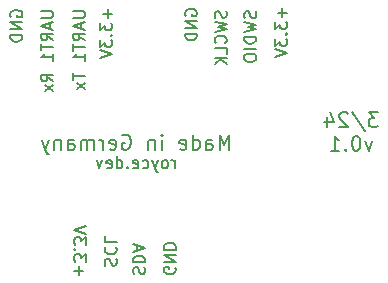
<source format=gbr>
%TF.GenerationSoftware,KiCad,Pcbnew,8.0.0*%
%TF.CreationDate,2024-03-15T15:48:41+01:00*%
%TF.ProjectId,STM32F103_BluePill,53544d33-3246-4313-9033-5f426c756550,rev?*%
%TF.SameCoordinates,Original*%
%TF.FileFunction,Legend,Bot*%
%TF.FilePolarity,Positive*%
%FSLAX46Y46*%
G04 Gerber Fmt 4.6, Leading zero omitted, Abs format (unit mm)*
G04 Created by KiCad (PCBNEW 8.0.0) date 2024-03-15 15:48:41*
%MOMM*%
%LPD*%
G01*
G04 APERTURE LIST*
%ADD10C,0.200000*%
G04 APERTURE END LIST*
D10*
X141952219Y-89142857D02*
X142761742Y-89142857D01*
X142761742Y-89142857D02*
X142856980Y-89190476D01*
X142856980Y-89190476D02*
X142904600Y-89238095D01*
X142904600Y-89238095D02*
X142952219Y-89333333D01*
X142952219Y-89333333D02*
X142952219Y-89523809D01*
X142952219Y-89523809D02*
X142904600Y-89619047D01*
X142904600Y-89619047D02*
X142856980Y-89666666D01*
X142856980Y-89666666D02*
X142761742Y-89714285D01*
X142761742Y-89714285D02*
X141952219Y-89714285D01*
X142666504Y-90142857D02*
X142666504Y-90619047D01*
X142952219Y-90047619D02*
X141952219Y-90380952D01*
X141952219Y-90380952D02*
X142952219Y-90714285D01*
X142952219Y-91619047D02*
X142476028Y-91285714D01*
X142952219Y-91047619D02*
X141952219Y-91047619D01*
X141952219Y-91047619D02*
X141952219Y-91428571D01*
X141952219Y-91428571D02*
X141999838Y-91523809D01*
X141999838Y-91523809D02*
X142047457Y-91571428D01*
X142047457Y-91571428D02*
X142142695Y-91619047D01*
X142142695Y-91619047D02*
X142285552Y-91619047D01*
X142285552Y-91619047D02*
X142380790Y-91571428D01*
X142380790Y-91571428D02*
X142428409Y-91523809D01*
X142428409Y-91523809D02*
X142476028Y-91428571D01*
X142476028Y-91428571D02*
X142476028Y-91047619D01*
X141952219Y-91904762D02*
X141952219Y-92476190D01*
X142952219Y-92190476D02*
X141952219Y-92190476D01*
X142952219Y-93333333D02*
X142952219Y-92761905D01*
X142952219Y-93047619D02*
X141952219Y-93047619D01*
X141952219Y-93047619D02*
X142095076Y-92952381D01*
X142095076Y-92952381D02*
X142190314Y-92857143D01*
X142190314Y-92857143D02*
X142237933Y-92761905D01*
X142952219Y-95095238D02*
X142476028Y-94761905D01*
X142952219Y-94523810D02*
X141952219Y-94523810D01*
X141952219Y-94523810D02*
X141952219Y-94904762D01*
X141952219Y-94904762D02*
X141999838Y-95000000D01*
X141999838Y-95000000D02*
X142047457Y-95047619D01*
X142047457Y-95047619D02*
X142142695Y-95095238D01*
X142142695Y-95095238D02*
X142285552Y-95095238D01*
X142285552Y-95095238D02*
X142380790Y-95047619D01*
X142380790Y-95047619D02*
X142428409Y-95000000D01*
X142428409Y-95000000D02*
X142476028Y-94904762D01*
X142476028Y-94904762D02*
X142476028Y-94523810D01*
X142952219Y-95428572D02*
X142285552Y-95952381D01*
X142285552Y-95428572D02*
X142952219Y-95952381D01*
X149795400Y-111414285D02*
X149747780Y-111271428D01*
X149747780Y-111271428D02*
X149747780Y-111033333D01*
X149747780Y-111033333D02*
X149795400Y-110938095D01*
X149795400Y-110938095D02*
X149843019Y-110890476D01*
X149843019Y-110890476D02*
X149938257Y-110842857D01*
X149938257Y-110842857D02*
X150033495Y-110842857D01*
X150033495Y-110842857D02*
X150128733Y-110890476D01*
X150128733Y-110890476D02*
X150176352Y-110938095D01*
X150176352Y-110938095D02*
X150223971Y-111033333D01*
X150223971Y-111033333D02*
X150271590Y-111223809D01*
X150271590Y-111223809D02*
X150319209Y-111319047D01*
X150319209Y-111319047D02*
X150366828Y-111366666D01*
X150366828Y-111366666D02*
X150462066Y-111414285D01*
X150462066Y-111414285D02*
X150557304Y-111414285D01*
X150557304Y-111414285D02*
X150652542Y-111366666D01*
X150652542Y-111366666D02*
X150700161Y-111319047D01*
X150700161Y-111319047D02*
X150747780Y-111223809D01*
X150747780Y-111223809D02*
X150747780Y-110985714D01*
X150747780Y-110985714D02*
X150700161Y-110842857D01*
X149747780Y-110414285D02*
X150747780Y-110414285D01*
X150747780Y-110414285D02*
X150747780Y-110176190D01*
X150747780Y-110176190D02*
X150700161Y-110033333D01*
X150700161Y-110033333D02*
X150604923Y-109938095D01*
X150604923Y-109938095D02*
X150509685Y-109890476D01*
X150509685Y-109890476D02*
X150319209Y-109842857D01*
X150319209Y-109842857D02*
X150176352Y-109842857D01*
X150176352Y-109842857D02*
X149985876Y-109890476D01*
X149985876Y-109890476D02*
X149890638Y-109938095D01*
X149890638Y-109938095D02*
X149795400Y-110033333D01*
X149795400Y-110033333D02*
X149747780Y-110176190D01*
X149747780Y-110176190D02*
X149747780Y-110414285D01*
X150033495Y-109461904D02*
X150033495Y-108985714D01*
X149747780Y-109557142D02*
X150747780Y-109223809D01*
X150747780Y-109223809D02*
X149747780Y-108890476D01*
X154199838Y-89538095D02*
X154152219Y-89442857D01*
X154152219Y-89442857D02*
X154152219Y-89300000D01*
X154152219Y-89300000D02*
X154199838Y-89157143D01*
X154199838Y-89157143D02*
X154295076Y-89061905D01*
X154295076Y-89061905D02*
X154390314Y-89014286D01*
X154390314Y-89014286D02*
X154580790Y-88966667D01*
X154580790Y-88966667D02*
X154723647Y-88966667D01*
X154723647Y-88966667D02*
X154914123Y-89014286D01*
X154914123Y-89014286D02*
X155009361Y-89061905D01*
X155009361Y-89061905D02*
X155104600Y-89157143D01*
X155104600Y-89157143D02*
X155152219Y-89300000D01*
X155152219Y-89300000D02*
X155152219Y-89395238D01*
X155152219Y-89395238D02*
X155104600Y-89538095D01*
X155104600Y-89538095D02*
X155056980Y-89585714D01*
X155056980Y-89585714D02*
X154723647Y-89585714D01*
X154723647Y-89585714D02*
X154723647Y-89395238D01*
X155152219Y-90014286D02*
X154152219Y-90014286D01*
X154152219Y-90014286D02*
X155152219Y-90585714D01*
X155152219Y-90585714D02*
X154152219Y-90585714D01*
X155152219Y-91061905D02*
X154152219Y-91061905D01*
X154152219Y-91061905D02*
X154152219Y-91300000D01*
X154152219Y-91300000D02*
X154199838Y-91442857D01*
X154199838Y-91442857D02*
X154295076Y-91538095D01*
X154295076Y-91538095D02*
X154390314Y-91585714D01*
X154390314Y-91585714D02*
X154580790Y-91633333D01*
X154580790Y-91633333D02*
X154723647Y-91633333D01*
X154723647Y-91633333D02*
X154914123Y-91585714D01*
X154914123Y-91585714D02*
X155009361Y-91538095D01*
X155009361Y-91538095D02*
X155104600Y-91442857D01*
X155104600Y-91442857D02*
X155152219Y-91300000D01*
X155152219Y-91300000D02*
X155152219Y-91061905D01*
X147395400Y-110690475D02*
X147347780Y-110547618D01*
X147347780Y-110547618D02*
X147347780Y-110309523D01*
X147347780Y-110309523D02*
X147395400Y-110214285D01*
X147395400Y-110214285D02*
X147443019Y-110166666D01*
X147443019Y-110166666D02*
X147538257Y-110119047D01*
X147538257Y-110119047D02*
X147633495Y-110119047D01*
X147633495Y-110119047D02*
X147728733Y-110166666D01*
X147728733Y-110166666D02*
X147776352Y-110214285D01*
X147776352Y-110214285D02*
X147823971Y-110309523D01*
X147823971Y-110309523D02*
X147871590Y-110499999D01*
X147871590Y-110499999D02*
X147919209Y-110595237D01*
X147919209Y-110595237D02*
X147966828Y-110642856D01*
X147966828Y-110642856D02*
X148062066Y-110690475D01*
X148062066Y-110690475D02*
X148157304Y-110690475D01*
X148157304Y-110690475D02*
X148252542Y-110642856D01*
X148252542Y-110642856D02*
X148300161Y-110595237D01*
X148300161Y-110595237D02*
X148347780Y-110499999D01*
X148347780Y-110499999D02*
X148347780Y-110261904D01*
X148347780Y-110261904D02*
X148300161Y-110119047D01*
X147443019Y-109119047D02*
X147395400Y-109166666D01*
X147395400Y-109166666D02*
X147347780Y-109309523D01*
X147347780Y-109309523D02*
X147347780Y-109404761D01*
X147347780Y-109404761D02*
X147395400Y-109547618D01*
X147395400Y-109547618D02*
X147490638Y-109642856D01*
X147490638Y-109642856D02*
X147585876Y-109690475D01*
X147585876Y-109690475D02*
X147776352Y-109738094D01*
X147776352Y-109738094D02*
X147919209Y-109738094D01*
X147919209Y-109738094D02*
X148109685Y-109690475D01*
X148109685Y-109690475D02*
X148204923Y-109642856D01*
X148204923Y-109642856D02*
X148300161Y-109547618D01*
X148300161Y-109547618D02*
X148347780Y-109404761D01*
X148347780Y-109404761D02*
X148347780Y-109309523D01*
X148347780Y-109309523D02*
X148300161Y-109166666D01*
X148300161Y-109166666D02*
X148252542Y-109119047D01*
X147347780Y-108214285D02*
X147347780Y-108690475D01*
X147347780Y-108690475D02*
X148347780Y-108690475D01*
X153300161Y-110861904D02*
X153347780Y-110957142D01*
X153347780Y-110957142D02*
X153347780Y-111099999D01*
X153347780Y-111099999D02*
X153300161Y-111242856D01*
X153300161Y-111242856D02*
X153204923Y-111338094D01*
X153204923Y-111338094D02*
X153109685Y-111385713D01*
X153109685Y-111385713D02*
X152919209Y-111433332D01*
X152919209Y-111433332D02*
X152776352Y-111433332D01*
X152776352Y-111433332D02*
X152585876Y-111385713D01*
X152585876Y-111385713D02*
X152490638Y-111338094D01*
X152490638Y-111338094D02*
X152395400Y-111242856D01*
X152395400Y-111242856D02*
X152347780Y-111099999D01*
X152347780Y-111099999D02*
X152347780Y-111004761D01*
X152347780Y-111004761D02*
X152395400Y-110861904D01*
X152395400Y-110861904D02*
X152443019Y-110814285D01*
X152443019Y-110814285D02*
X152776352Y-110814285D01*
X152776352Y-110814285D02*
X152776352Y-111004761D01*
X152347780Y-110385713D02*
X153347780Y-110385713D01*
X153347780Y-110385713D02*
X152347780Y-109814285D01*
X152347780Y-109814285D02*
X153347780Y-109814285D01*
X152347780Y-109338094D02*
X153347780Y-109338094D01*
X153347780Y-109338094D02*
X153347780Y-109099999D01*
X153347780Y-109099999D02*
X153300161Y-108957142D01*
X153300161Y-108957142D02*
X153204923Y-108861904D01*
X153204923Y-108861904D02*
X153109685Y-108814285D01*
X153109685Y-108814285D02*
X152919209Y-108766666D01*
X152919209Y-108766666D02*
X152776352Y-108766666D01*
X152776352Y-108766666D02*
X152585876Y-108814285D01*
X152585876Y-108814285D02*
X152490638Y-108861904D01*
X152490638Y-108861904D02*
X152395400Y-108957142D01*
X152395400Y-108957142D02*
X152347780Y-109099999D01*
X152347780Y-109099999D02*
X152347780Y-109338094D01*
X147571266Y-89000000D02*
X147571266Y-89761905D01*
X147952219Y-89380952D02*
X147190314Y-89380952D01*
X146952219Y-90142857D02*
X146952219Y-90761904D01*
X146952219Y-90761904D02*
X147333171Y-90428571D01*
X147333171Y-90428571D02*
X147333171Y-90571428D01*
X147333171Y-90571428D02*
X147380790Y-90666666D01*
X147380790Y-90666666D02*
X147428409Y-90714285D01*
X147428409Y-90714285D02*
X147523647Y-90761904D01*
X147523647Y-90761904D02*
X147761742Y-90761904D01*
X147761742Y-90761904D02*
X147856980Y-90714285D01*
X147856980Y-90714285D02*
X147904600Y-90666666D01*
X147904600Y-90666666D02*
X147952219Y-90571428D01*
X147952219Y-90571428D02*
X147952219Y-90285714D01*
X147952219Y-90285714D02*
X147904600Y-90190476D01*
X147904600Y-90190476D02*
X147856980Y-90142857D01*
X147856980Y-91190476D02*
X147904600Y-91238095D01*
X147904600Y-91238095D02*
X147952219Y-91190476D01*
X147952219Y-91190476D02*
X147904600Y-91142857D01*
X147904600Y-91142857D02*
X147856980Y-91190476D01*
X147856980Y-91190476D02*
X147952219Y-91190476D01*
X146952219Y-91571428D02*
X146952219Y-92190475D01*
X146952219Y-92190475D02*
X147333171Y-91857142D01*
X147333171Y-91857142D02*
X147333171Y-91999999D01*
X147333171Y-91999999D02*
X147380790Y-92095237D01*
X147380790Y-92095237D02*
X147428409Y-92142856D01*
X147428409Y-92142856D02*
X147523647Y-92190475D01*
X147523647Y-92190475D02*
X147761742Y-92190475D01*
X147761742Y-92190475D02*
X147856980Y-92142856D01*
X147856980Y-92142856D02*
X147904600Y-92095237D01*
X147904600Y-92095237D02*
X147952219Y-91999999D01*
X147952219Y-91999999D02*
X147952219Y-91714285D01*
X147952219Y-91714285D02*
X147904600Y-91619047D01*
X147904600Y-91619047D02*
X147856980Y-91571428D01*
X146952219Y-92476190D02*
X147952219Y-92809523D01*
X147952219Y-92809523D02*
X146952219Y-93142856D01*
X153261904Y-102452219D02*
X153261904Y-101785552D01*
X153261904Y-101976028D02*
X153214285Y-101880790D01*
X153214285Y-101880790D02*
X153166666Y-101833171D01*
X153166666Y-101833171D02*
X153071428Y-101785552D01*
X153071428Y-101785552D02*
X152976190Y-101785552D01*
X152499999Y-102452219D02*
X152595237Y-102404600D01*
X152595237Y-102404600D02*
X152642856Y-102356980D01*
X152642856Y-102356980D02*
X152690475Y-102261742D01*
X152690475Y-102261742D02*
X152690475Y-101976028D01*
X152690475Y-101976028D02*
X152642856Y-101880790D01*
X152642856Y-101880790D02*
X152595237Y-101833171D01*
X152595237Y-101833171D02*
X152499999Y-101785552D01*
X152499999Y-101785552D02*
X152357142Y-101785552D01*
X152357142Y-101785552D02*
X152261904Y-101833171D01*
X152261904Y-101833171D02*
X152214285Y-101880790D01*
X152214285Y-101880790D02*
X152166666Y-101976028D01*
X152166666Y-101976028D02*
X152166666Y-102261742D01*
X152166666Y-102261742D02*
X152214285Y-102356980D01*
X152214285Y-102356980D02*
X152261904Y-102404600D01*
X152261904Y-102404600D02*
X152357142Y-102452219D01*
X152357142Y-102452219D02*
X152499999Y-102452219D01*
X151833332Y-101785552D02*
X151595237Y-102452219D01*
X151357142Y-101785552D02*
X151595237Y-102452219D01*
X151595237Y-102452219D02*
X151690475Y-102690314D01*
X151690475Y-102690314D02*
X151738094Y-102737933D01*
X151738094Y-102737933D02*
X151833332Y-102785552D01*
X150547618Y-102404600D02*
X150642856Y-102452219D01*
X150642856Y-102452219D02*
X150833332Y-102452219D01*
X150833332Y-102452219D02*
X150928570Y-102404600D01*
X150928570Y-102404600D02*
X150976189Y-102356980D01*
X150976189Y-102356980D02*
X151023808Y-102261742D01*
X151023808Y-102261742D02*
X151023808Y-101976028D01*
X151023808Y-101976028D02*
X150976189Y-101880790D01*
X150976189Y-101880790D02*
X150928570Y-101833171D01*
X150928570Y-101833171D02*
X150833332Y-101785552D01*
X150833332Y-101785552D02*
X150642856Y-101785552D01*
X150642856Y-101785552D02*
X150547618Y-101833171D01*
X149738094Y-102404600D02*
X149833332Y-102452219D01*
X149833332Y-102452219D02*
X150023808Y-102452219D01*
X150023808Y-102452219D02*
X150119046Y-102404600D01*
X150119046Y-102404600D02*
X150166665Y-102309361D01*
X150166665Y-102309361D02*
X150166665Y-101928409D01*
X150166665Y-101928409D02*
X150119046Y-101833171D01*
X150119046Y-101833171D02*
X150023808Y-101785552D01*
X150023808Y-101785552D02*
X149833332Y-101785552D01*
X149833332Y-101785552D02*
X149738094Y-101833171D01*
X149738094Y-101833171D02*
X149690475Y-101928409D01*
X149690475Y-101928409D02*
X149690475Y-102023647D01*
X149690475Y-102023647D02*
X150166665Y-102118885D01*
X149261903Y-102356980D02*
X149214284Y-102404600D01*
X149214284Y-102404600D02*
X149261903Y-102452219D01*
X149261903Y-102452219D02*
X149309522Y-102404600D01*
X149309522Y-102404600D02*
X149261903Y-102356980D01*
X149261903Y-102356980D02*
X149261903Y-102452219D01*
X148357142Y-102452219D02*
X148357142Y-101452219D01*
X148357142Y-102404600D02*
X148452380Y-102452219D01*
X148452380Y-102452219D02*
X148642856Y-102452219D01*
X148642856Y-102452219D02*
X148738094Y-102404600D01*
X148738094Y-102404600D02*
X148785713Y-102356980D01*
X148785713Y-102356980D02*
X148833332Y-102261742D01*
X148833332Y-102261742D02*
X148833332Y-101976028D01*
X148833332Y-101976028D02*
X148785713Y-101880790D01*
X148785713Y-101880790D02*
X148738094Y-101833171D01*
X148738094Y-101833171D02*
X148642856Y-101785552D01*
X148642856Y-101785552D02*
X148452380Y-101785552D01*
X148452380Y-101785552D02*
X148357142Y-101833171D01*
X147499999Y-102404600D02*
X147595237Y-102452219D01*
X147595237Y-102452219D02*
X147785713Y-102452219D01*
X147785713Y-102452219D02*
X147880951Y-102404600D01*
X147880951Y-102404600D02*
X147928570Y-102309361D01*
X147928570Y-102309361D02*
X147928570Y-101928409D01*
X147928570Y-101928409D02*
X147880951Y-101833171D01*
X147880951Y-101833171D02*
X147785713Y-101785552D01*
X147785713Y-101785552D02*
X147595237Y-101785552D01*
X147595237Y-101785552D02*
X147499999Y-101833171D01*
X147499999Y-101833171D02*
X147452380Y-101928409D01*
X147452380Y-101928409D02*
X147452380Y-102023647D01*
X147452380Y-102023647D02*
X147928570Y-102118885D01*
X147119046Y-101785552D02*
X146880951Y-102452219D01*
X146880951Y-102452219D02*
X146642856Y-101785552D01*
X157604600Y-89138095D02*
X157652219Y-89280952D01*
X157652219Y-89280952D02*
X157652219Y-89519047D01*
X157652219Y-89519047D02*
X157604600Y-89614285D01*
X157604600Y-89614285D02*
X157556980Y-89661904D01*
X157556980Y-89661904D02*
X157461742Y-89709523D01*
X157461742Y-89709523D02*
X157366504Y-89709523D01*
X157366504Y-89709523D02*
X157271266Y-89661904D01*
X157271266Y-89661904D02*
X157223647Y-89614285D01*
X157223647Y-89614285D02*
X157176028Y-89519047D01*
X157176028Y-89519047D02*
X157128409Y-89328571D01*
X157128409Y-89328571D02*
X157080790Y-89233333D01*
X157080790Y-89233333D02*
X157033171Y-89185714D01*
X157033171Y-89185714D02*
X156937933Y-89138095D01*
X156937933Y-89138095D02*
X156842695Y-89138095D01*
X156842695Y-89138095D02*
X156747457Y-89185714D01*
X156747457Y-89185714D02*
X156699838Y-89233333D01*
X156699838Y-89233333D02*
X156652219Y-89328571D01*
X156652219Y-89328571D02*
X156652219Y-89566666D01*
X156652219Y-89566666D02*
X156699838Y-89709523D01*
X156652219Y-90042857D02*
X157652219Y-90280952D01*
X157652219Y-90280952D02*
X156937933Y-90471428D01*
X156937933Y-90471428D02*
X157652219Y-90661904D01*
X157652219Y-90661904D02*
X156652219Y-90900000D01*
X157556980Y-91852380D02*
X157604600Y-91804761D01*
X157604600Y-91804761D02*
X157652219Y-91661904D01*
X157652219Y-91661904D02*
X157652219Y-91566666D01*
X157652219Y-91566666D02*
X157604600Y-91423809D01*
X157604600Y-91423809D02*
X157509361Y-91328571D01*
X157509361Y-91328571D02*
X157414123Y-91280952D01*
X157414123Y-91280952D02*
X157223647Y-91233333D01*
X157223647Y-91233333D02*
X157080790Y-91233333D01*
X157080790Y-91233333D02*
X156890314Y-91280952D01*
X156890314Y-91280952D02*
X156795076Y-91328571D01*
X156795076Y-91328571D02*
X156699838Y-91423809D01*
X156699838Y-91423809D02*
X156652219Y-91566666D01*
X156652219Y-91566666D02*
X156652219Y-91661904D01*
X156652219Y-91661904D02*
X156699838Y-91804761D01*
X156699838Y-91804761D02*
X156747457Y-91852380D01*
X157652219Y-92757142D02*
X157652219Y-92280952D01*
X157652219Y-92280952D02*
X156652219Y-92280952D01*
X157652219Y-93090476D02*
X156652219Y-93090476D01*
X157652219Y-93661904D02*
X157080790Y-93233333D01*
X156652219Y-93661904D02*
X157223647Y-93090476D01*
X162371266Y-88900000D02*
X162371266Y-89661905D01*
X162752219Y-89280952D02*
X161990314Y-89280952D01*
X161752219Y-90042857D02*
X161752219Y-90661904D01*
X161752219Y-90661904D02*
X162133171Y-90328571D01*
X162133171Y-90328571D02*
X162133171Y-90471428D01*
X162133171Y-90471428D02*
X162180790Y-90566666D01*
X162180790Y-90566666D02*
X162228409Y-90614285D01*
X162228409Y-90614285D02*
X162323647Y-90661904D01*
X162323647Y-90661904D02*
X162561742Y-90661904D01*
X162561742Y-90661904D02*
X162656980Y-90614285D01*
X162656980Y-90614285D02*
X162704600Y-90566666D01*
X162704600Y-90566666D02*
X162752219Y-90471428D01*
X162752219Y-90471428D02*
X162752219Y-90185714D01*
X162752219Y-90185714D02*
X162704600Y-90090476D01*
X162704600Y-90090476D02*
X162656980Y-90042857D01*
X162656980Y-91090476D02*
X162704600Y-91138095D01*
X162704600Y-91138095D02*
X162752219Y-91090476D01*
X162752219Y-91090476D02*
X162704600Y-91042857D01*
X162704600Y-91042857D02*
X162656980Y-91090476D01*
X162656980Y-91090476D02*
X162752219Y-91090476D01*
X161752219Y-91471428D02*
X161752219Y-92090475D01*
X161752219Y-92090475D02*
X162133171Y-91757142D01*
X162133171Y-91757142D02*
X162133171Y-91899999D01*
X162133171Y-91899999D02*
X162180790Y-91995237D01*
X162180790Y-91995237D02*
X162228409Y-92042856D01*
X162228409Y-92042856D02*
X162323647Y-92090475D01*
X162323647Y-92090475D02*
X162561742Y-92090475D01*
X162561742Y-92090475D02*
X162656980Y-92042856D01*
X162656980Y-92042856D02*
X162704600Y-91995237D01*
X162704600Y-91995237D02*
X162752219Y-91899999D01*
X162752219Y-91899999D02*
X162752219Y-91614285D01*
X162752219Y-91614285D02*
X162704600Y-91519047D01*
X162704600Y-91519047D02*
X162656980Y-91471428D01*
X161752219Y-92376190D02*
X162752219Y-92709523D01*
X162752219Y-92709523D02*
X161752219Y-93042856D01*
X157886903Y-100867873D02*
X157886903Y-99617873D01*
X157886903Y-99617873D02*
X157470237Y-100510730D01*
X157470237Y-100510730D02*
X157053570Y-99617873D01*
X157053570Y-99617873D02*
X157053570Y-100867873D01*
X155922618Y-100867873D02*
X155922618Y-100213111D01*
X155922618Y-100213111D02*
X155982142Y-100094064D01*
X155982142Y-100094064D02*
X156101190Y-100034540D01*
X156101190Y-100034540D02*
X156339285Y-100034540D01*
X156339285Y-100034540D02*
X156458332Y-100094064D01*
X155922618Y-100808350D02*
X156041666Y-100867873D01*
X156041666Y-100867873D02*
X156339285Y-100867873D01*
X156339285Y-100867873D02*
X156458332Y-100808350D01*
X156458332Y-100808350D02*
X156517856Y-100689302D01*
X156517856Y-100689302D02*
X156517856Y-100570254D01*
X156517856Y-100570254D02*
X156458332Y-100451207D01*
X156458332Y-100451207D02*
X156339285Y-100391683D01*
X156339285Y-100391683D02*
X156041666Y-100391683D01*
X156041666Y-100391683D02*
X155922618Y-100332159D01*
X154791666Y-100867873D02*
X154791666Y-99617873D01*
X154791666Y-100808350D02*
X154910714Y-100867873D01*
X154910714Y-100867873D02*
X155148809Y-100867873D01*
X155148809Y-100867873D02*
X155267857Y-100808350D01*
X155267857Y-100808350D02*
X155327380Y-100748826D01*
X155327380Y-100748826D02*
X155386904Y-100629778D01*
X155386904Y-100629778D02*
X155386904Y-100272635D01*
X155386904Y-100272635D02*
X155327380Y-100153588D01*
X155327380Y-100153588D02*
X155267857Y-100094064D01*
X155267857Y-100094064D02*
X155148809Y-100034540D01*
X155148809Y-100034540D02*
X154910714Y-100034540D01*
X154910714Y-100034540D02*
X154791666Y-100094064D01*
X153720238Y-100808350D02*
X153839286Y-100867873D01*
X153839286Y-100867873D02*
X154077381Y-100867873D01*
X154077381Y-100867873D02*
X154196428Y-100808350D01*
X154196428Y-100808350D02*
X154255952Y-100689302D01*
X154255952Y-100689302D02*
X154255952Y-100213111D01*
X154255952Y-100213111D02*
X154196428Y-100094064D01*
X154196428Y-100094064D02*
X154077381Y-100034540D01*
X154077381Y-100034540D02*
X153839286Y-100034540D01*
X153839286Y-100034540D02*
X153720238Y-100094064D01*
X153720238Y-100094064D02*
X153660714Y-100213111D01*
X153660714Y-100213111D02*
X153660714Y-100332159D01*
X153660714Y-100332159D02*
X154255952Y-100451207D01*
X152172618Y-100867873D02*
X152172618Y-100034540D01*
X152172618Y-99617873D02*
X152232142Y-99677397D01*
X152232142Y-99677397D02*
X152172618Y-99736921D01*
X152172618Y-99736921D02*
X152113095Y-99677397D01*
X152113095Y-99677397D02*
X152172618Y-99617873D01*
X152172618Y-99617873D02*
X152172618Y-99736921D01*
X151577380Y-100034540D02*
X151577380Y-100867873D01*
X151577380Y-100153588D02*
X151517857Y-100094064D01*
X151517857Y-100094064D02*
X151398809Y-100034540D01*
X151398809Y-100034540D02*
X151220238Y-100034540D01*
X151220238Y-100034540D02*
X151101190Y-100094064D01*
X151101190Y-100094064D02*
X151041666Y-100213111D01*
X151041666Y-100213111D02*
X151041666Y-100867873D01*
X148839286Y-99677397D02*
X148958333Y-99617873D01*
X148958333Y-99617873D02*
X149136905Y-99617873D01*
X149136905Y-99617873D02*
X149315476Y-99677397D01*
X149315476Y-99677397D02*
X149434524Y-99796445D01*
X149434524Y-99796445D02*
X149494047Y-99915492D01*
X149494047Y-99915492D02*
X149553571Y-100153588D01*
X149553571Y-100153588D02*
X149553571Y-100332159D01*
X149553571Y-100332159D02*
X149494047Y-100570254D01*
X149494047Y-100570254D02*
X149434524Y-100689302D01*
X149434524Y-100689302D02*
X149315476Y-100808350D01*
X149315476Y-100808350D02*
X149136905Y-100867873D01*
X149136905Y-100867873D02*
X149017857Y-100867873D01*
X149017857Y-100867873D02*
X148839286Y-100808350D01*
X148839286Y-100808350D02*
X148779762Y-100748826D01*
X148779762Y-100748826D02*
X148779762Y-100332159D01*
X148779762Y-100332159D02*
X149017857Y-100332159D01*
X147767857Y-100808350D02*
X147886905Y-100867873D01*
X147886905Y-100867873D02*
X148125000Y-100867873D01*
X148125000Y-100867873D02*
X148244047Y-100808350D01*
X148244047Y-100808350D02*
X148303571Y-100689302D01*
X148303571Y-100689302D02*
X148303571Y-100213111D01*
X148303571Y-100213111D02*
X148244047Y-100094064D01*
X148244047Y-100094064D02*
X148125000Y-100034540D01*
X148125000Y-100034540D02*
X147886905Y-100034540D01*
X147886905Y-100034540D02*
X147767857Y-100094064D01*
X147767857Y-100094064D02*
X147708333Y-100213111D01*
X147708333Y-100213111D02*
X147708333Y-100332159D01*
X147708333Y-100332159D02*
X148303571Y-100451207D01*
X147172618Y-100867873D02*
X147172618Y-100034540D01*
X147172618Y-100272635D02*
X147113095Y-100153588D01*
X147113095Y-100153588D02*
X147053571Y-100094064D01*
X147053571Y-100094064D02*
X146934523Y-100034540D01*
X146934523Y-100034540D02*
X146815476Y-100034540D01*
X146398808Y-100867873D02*
X146398808Y-100034540D01*
X146398808Y-100153588D02*
X146339285Y-100094064D01*
X146339285Y-100094064D02*
X146220237Y-100034540D01*
X146220237Y-100034540D02*
X146041666Y-100034540D01*
X146041666Y-100034540D02*
X145922618Y-100094064D01*
X145922618Y-100094064D02*
X145863094Y-100213111D01*
X145863094Y-100213111D02*
X145863094Y-100867873D01*
X145863094Y-100213111D02*
X145803570Y-100094064D01*
X145803570Y-100094064D02*
X145684523Y-100034540D01*
X145684523Y-100034540D02*
X145505951Y-100034540D01*
X145505951Y-100034540D02*
X145386904Y-100094064D01*
X145386904Y-100094064D02*
X145327380Y-100213111D01*
X145327380Y-100213111D02*
X145327380Y-100867873D01*
X144196427Y-100867873D02*
X144196427Y-100213111D01*
X144196427Y-100213111D02*
X144255951Y-100094064D01*
X144255951Y-100094064D02*
X144374999Y-100034540D01*
X144374999Y-100034540D02*
X144613094Y-100034540D01*
X144613094Y-100034540D02*
X144732141Y-100094064D01*
X144196427Y-100808350D02*
X144315475Y-100867873D01*
X144315475Y-100867873D02*
X144613094Y-100867873D01*
X144613094Y-100867873D02*
X144732141Y-100808350D01*
X144732141Y-100808350D02*
X144791665Y-100689302D01*
X144791665Y-100689302D02*
X144791665Y-100570254D01*
X144791665Y-100570254D02*
X144732141Y-100451207D01*
X144732141Y-100451207D02*
X144613094Y-100391683D01*
X144613094Y-100391683D02*
X144315475Y-100391683D01*
X144315475Y-100391683D02*
X144196427Y-100332159D01*
X143601189Y-100034540D02*
X143601189Y-100867873D01*
X143601189Y-100153588D02*
X143541666Y-100094064D01*
X143541666Y-100094064D02*
X143422618Y-100034540D01*
X143422618Y-100034540D02*
X143244047Y-100034540D01*
X143244047Y-100034540D02*
X143124999Y-100094064D01*
X143124999Y-100094064D02*
X143065475Y-100213111D01*
X143065475Y-100213111D02*
X143065475Y-100867873D01*
X142589285Y-100034540D02*
X142291666Y-100867873D01*
X141994047Y-100034540D02*
X142291666Y-100867873D01*
X142291666Y-100867873D02*
X142410714Y-101165492D01*
X142410714Y-101165492D02*
X142470237Y-101225016D01*
X142470237Y-101225016D02*
X142589285Y-101284540D01*
X145128733Y-111499999D02*
X145128733Y-110738095D01*
X144747780Y-111119047D02*
X145509685Y-111119047D01*
X145747780Y-110357142D02*
X145747780Y-109738095D01*
X145747780Y-109738095D02*
X145366828Y-110071428D01*
X145366828Y-110071428D02*
X145366828Y-109928571D01*
X145366828Y-109928571D02*
X145319209Y-109833333D01*
X145319209Y-109833333D02*
X145271590Y-109785714D01*
X145271590Y-109785714D02*
X145176352Y-109738095D01*
X145176352Y-109738095D02*
X144938257Y-109738095D01*
X144938257Y-109738095D02*
X144843019Y-109785714D01*
X144843019Y-109785714D02*
X144795400Y-109833333D01*
X144795400Y-109833333D02*
X144747780Y-109928571D01*
X144747780Y-109928571D02*
X144747780Y-110214285D01*
X144747780Y-110214285D02*
X144795400Y-110309523D01*
X144795400Y-110309523D02*
X144843019Y-110357142D01*
X144843019Y-109309523D02*
X144795400Y-109261904D01*
X144795400Y-109261904D02*
X144747780Y-109309523D01*
X144747780Y-109309523D02*
X144795400Y-109357142D01*
X144795400Y-109357142D02*
X144843019Y-109309523D01*
X144843019Y-109309523D02*
X144747780Y-109309523D01*
X145747780Y-108928571D02*
X145747780Y-108309524D01*
X145747780Y-108309524D02*
X145366828Y-108642857D01*
X145366828Y-108642857D02*
X145366828Y-108500000D01*
X145366828Y-108500000D02*
X145319209Y-108404762D01*
X145319209Y-108404762D02*
X145271590Y-108357143D01*
X145271590Y-108357143D02*
X145176352Y-108309524D01*
X145176352Y-108309524D02*
X144938257Y-108309524D01*
X144938257Y-108309524D02*
X144843019Y-108357143D01*
X144843019Y-108357143D02*
X144795400Y-108404762D01*
X144795400Y-108404762D02*
X144747780Y-108500000D01*
X144747780Y-108500000D02*
X144747780Y-108785714D01*
X144747780Y-108785714D02*
X144795400Y-108880952D01*
X144795400Y-108880952D02*
X144843019Y-108928571D01*
X145747780Y-108023809D02*
X144747780Y-107690476D01*
X144747780Y-107690476D02*
X145747780Y-107357143D01*
X144652219Y-89161904D02*
X145461742Y-89161904D01*
X145461742Y-89161904D02*
X145556980Y-89209523D01*
X145556980Y-89209523D02*
X145604600Y-89257142D01*
X145604600Y-89257142D02*
X145652219Y-89352380D01*
X145652219Y-89352380D02*
X145652219Y-89542856D01*
X145652219Y-89542856D02*
X145604600Y-89638094D01*
X145604600Y-89638094D02*
X145556980Y-89685713D01*
X145556980Y-89685713D02*
X145461742Y-89733332D01*
X145461742Y-89733332D02*
X144652219Y-89733332D01*
X145366504Y-90161904D02*
X145366504Y-90638094D01*
X145652219Y-90066666D02*
X144652219Y-90399999D01*
X144652219Y-90399999D02*
X145652219Y-90733332D01*
X145652219Y-91638094D02*
X145176028Y-91304761D01*
X145652219Y-91066666D02*
X144652219Y-91066666D01*
X144652219Y-91066666D02*
X144652219Y-91447618D01*
X144652219Y-91447618D02*
X144699838Y-91542856D01*
X144699838Y-91542856D02*
X144747457Y-91590475D01*
X144747457Y-91590475D02*
X144842695Y-91638094D01*
X144842695Y-91638094D02*
X144985552Y-91638094D01*
X144985552Y-91638094D02*
X145080790Y-91590475D01*
X145080790Y-91590475D02*
X145128409Y-91542856D01*
X145128409Y-91542856D02*
X145176028Y-91447618D01*
X145176028Y-91447618D02*
X145176028Y-91066666D01*
X144652219Y-91923809D02*
X144652219Y-92495237D01*
X145652219Y-92209523D02*
X144652219Y-92209523D01*
X145652219Y-93352380D02*
X145652219Y-92780952D01*
X145652219Y-93066666D02*
X144652219Y-93066666D01*
X144652219Y-93066666D02*
X144795076Y-92971428D01*
X144795076Y-92971428D02*
X144890314Y-92876190D01*
X144890314Y-92876190D02*
X144937933Y-92780952D01*
X144652219Y-94400000D02*
X144652219Y-94971428D01*
X145652219Y-94685714D02*
X144652219Y-94685714D01*
X145652219Y-95209524D02*
X144985552Y-95733333D01*
X144985552Y-95209524D02*
X145652219Y-95733333D01*
X139399838Y-89638095D02*
X139352219Y-89542857D01*
X139352219Y-89542857D02*
X139352219Y-89400000D01*
X139352219Y-89400000D02*
X139399838Y-89257143D01*
X139399838Y-89257143D02*
X139495076Y-89161905D01*
X139495076Y-89161905D02*
X139590314Y-89114286D01*
X139590314Y-89114286D02*
X139780790Y-89066667D01*
X139780790Y-89066667D02*
X139923647Y-89066667D01*
X139923647Y-89066667D02*
X140114123Y-89114286D01*
X140114123Y-89114286D02*
X140209361Y-89161905D01*
X140209361Y-89161905D02*
X140304600Y-89257143D01*
X140304600Y-89257143D02*
X140352219Y-89400000D01*
X140352219Y-89400000D02*
X140352219Y-89495238D01*
X140352219Y-89495238D02*
X140304600Y-89638095D01*
X140304600Y-89638095D02*
X140256980Y-89685714D01*
X140256980Y-89685714D02*
X139923647Y-89685714D01*
X139923647Y-89685714D02*
X139923647Y-89495238D01*
X140352219Y-90114286D02*
X139352219Y-90114286D01*
X139352219Y-90114286D02*
X140352219Y-90685714D01*
X140352219Y-90685714D02*
X139352219Y-90685714D01*
X140352219Y-91161905D02*
X139352219Y-91161905D01*
X139352219Y-91161905D02*
X139352219Y-91400000D01*
X139352219Y-91400000D02*
X139399838Y-91542857D01*
X139399838Y-91542857D02*
X139495076Y-91638095D01*
X139495076Y-91638095D02*
X139590314Y-91685714D01*
X139590314Y-91685714D02*
X139780790Y-91733333D01*
X139780790Y-91733333D02*
X139923647Y-91733333D01*
X139923647Y-91733333D02*
X140114123Y-91685714D01*
X140114123Y-91685714D02*
X140209361Y-91638095D01*
X140209361Y-91638095D02*
X140304600Y-91542857D01*
X140304600Y-91542857D02*
X140352219Y-91400000D01*
X140352219Y-91400000D02*
X140352219Y-91161905D01*
X170461904Y-97711658D02*
X169688095Y-97711658D01*
X169688095Y-97711658D02*
X170104761Y-98187849D01*
X170104761Y-98187849D02*
X169926190Y-98187849D01*
X169926190Y-98187849D02*
X169807142Y-98247373D01*
X169807142Y-98247373D02*
X169747618Y-98306896D01*
X169747618Y-98306896D02*
X169688095Y-98425944D01*
X169688095Y-98425944D02*
X169688095Y-98723563D01*
X169688095Y-98723563D02*
X169747618Y-98842611D01*
X169747618Y-98842611D02*
X169807142Y-98902135D01*
X169807142Y-98902135D02*
X169926190Y-98961658D01*
X169926190Y-98961658D02*
X170283333Y-98961658D01*
X170283333Y-98961658D02*
X170402380Y-98902135D01*
X170402380Y-98902135D02*
X170461904Y-98842611D01*
X168259523Y-97652135D02*
X169330952Y-99259277D01*
X167902380Y-97830706D02*
X167842856Y-97771182D01*
X167842856Y-97771182D02*
X167723809Y-97711658D01*
X167723809Y-97711658D02*
X167426190Y-97711658D01*
X167426190Y-97711658D02*
X167307142Y-97771182D01*
X167307142Y-97771182D02*
X167247618Y-97830706D01*
X167247618Y-97830706D02*
X167188095Y-97949754D01*
X167188095Y-97949754D02*
X167188095Y-98068801D01*
X167188095Y-98068801D02*
X167247618Y-98247373D01*
X167247618Y-98247373D02*
X167961904Y-98961658D01*
X167961904Y-98961658D02*
X167188095Y-98961658D01*
X166116666Y-98128325D02*
X166116666Y-98961658D01*
X166414285Y-97652135D02*
X166711904Y-98544992D01*
X166711904Y-98544992D02*
X165938095Y-98544992D01*
X169985713Y-100140755D02*
X169688094Y-100974088D01*
X169688094Y-100974088D02*
X169390475Y-100140755D01*
X168676189Y-99724088D02*
X168557142Y-99724088D01*
X168557142Y-99724088D02*
X168438094Y-99783612D01*
X168438094Y-99783612D02*
X168378570Y-99843136D01*
X168378570Y-99843136D02*
X168319046Y-99962184D01*
X168319046Y-99962184D02*
X168259523Y-100200279D01*
X168259523Y-100200279D02*
X168259523Y-100497898D01*
X168259523Y-100497898D02*
X168319046Y-100735993D01*
X168319046Y-100735993D02*
X168378570Y-100855041D01*
X168378570Y-100855041D02*
X168438094Y-100914565D01*
X168438094Y-100914565D02*
X168557142Y-100974088D01*
X168557142Y-100974088D02*
X168676189Y-100974088D01*
X168676189Y-100974088D02*
X168795237Y-100914565D01*
X168795237Y-100914565D02*
X168854761Y-100855041D01*
X168854761Y-100855041D02*
X168914284Y-100735993D01*
X168914284Y-100735993D02*
X168973808Y-100497898D01*
X168973808Y-100497898D02*
X168973808Y-100200279D01*
X168973808Y-100200279D02*
X168914284Y-99962184D01*
X168914284Y-99962184D02*
X168854761Y-99843136D01*
X168854761Y-99843136D02*
X168795237Y-99783612D01*
X168795237Y-99783612D02*
X168676189Y-99724088D01*
X167723808Y-100855041D02*
X167664285Y-100914565D01*
X167664285Y-100914565D02*
X167723808Y-100974088D01*
X167723808Y-100974088D02*
X167783332Y-100914565D01*
X167783332Y-100914565D02*
X167723808Y-100855041D01*
X167723808Y-100855041D02*
X167723808Y-100974088D01*
X166473809Y-100974088D02*
X167188094Y-100974088D01*
X166830951Y-100974088D02*
X166830951Y-99724088D01*
X166830951Y-99724088D02*
X166949999Y-99902660D01*
X166949999Y-99902660D02*
X167069047Y-100021707D01*
X167069047Y-100021707D02*
X167188094Y-100081231D01*
X160104600Y-89180953D02*
X160152219Y-89323810D01*
X160152219Y-89323810D02*
X160152219Y-89561905D01*
X160152219Y-89561905D02*
X160104600Y-89657143D01*
X160104600Y-89657143D02*
X160056980Y-89704762D01*
X160056980Y-89704762D02*
X159961742Y-89752381D01*
X159961742Y-89752381D02*
X159866504Y-89752381D01*
X159866504Y-89752381D02*
X159771266Y-89704762D01*
X159771266Y-89704762D02*
X159723647Y-89657143D01*
X159723647Y-89657143D02*
X159676028Y-89561905D01*
X159676028Y-89561905D02*
X159628409Y-89371429D01*
X159628409Y-89371429D02*
X159580790Y-89276191D01*
X159580790Y-89276191D02*
X159533171Y-89228572D01*
X159533171Y-89228572D02*
X159437933Y-89180953D01*
X159437933Y-89180953D02*
X159342695Y-89180953D01*
X159342695Y-89180953D02*
X159247457Y-89228572D01*
X159247457Y-89228572D02*
X159199838Y-89276191D01*
X159199838Y-89276191D02*
X159152219Y-89371429D01*
X159152219Y-89371429D02*
X159152219Y-89609524D01*
X159152219Y-89609524D02*
X159199838Y-89752381D01*
X159152219Y-90085715D02*
X160152219Y-90323810D01*
X160152219Y-90323810D02*
X159437933Y-90514286D01*
X159437933Y-90514286D02*
X160152219Y-90704762D01*
X160152219Y-90704762D02*
X159152219Y-90942858D01*
X160152219Y-91323810D02*
X159152219Y-91323810D01*
X159152219Y-91323810D02*
X159152219Y-91561905D01*
X159152219Y-91561905D02*
X159199838Y-91704762D01*
X159199838Y-91704762D02*
X159295076Y-91800000D01*
X159295076Y-91800000D02*
X159390314Y-91847619D01*
X159390314Y-91847619D02*
X159580790Y-91895238D01*
X159580790Y-91895238D02*
X159723647Y-91895238D01*
X159723647Y-91895238D02*
X159914123Y-91847619D01*
X159914123Y-91847619D02*
X160009361Y-91800000D01*
X160009361Y-91800000D02*
X160104600Y-91704762D01*
X160104600Y-91704762D02*
X160152219Y-91561905D01*
X160152219Y-91561905D02*
X160152219Y-91323810D01*
X160152219Y-92323810D02*
X159152219Y-92323810D01*
X159152219Y-92990476D02*
X159152219Y-93180952D01*
X159152219Y-93180952D02*
X159199838Y-93276190D01*
X159199838Y-93276190D02*
X159295076Y-93371428D01*
X159295076Y-93371428D02*
X159485552Y-93419047D01*
X159485552Y-93419047D02*
X159818885Y-93419047D01*
X159818885Y-93419047D02*
X160009361Y-93371428D01*
X160009361Y-93371428D02*
X160104600Y-93276190D01*
X160104600Y-93276190D02*
X160152219Y-93180952D01*
X160152219Y-93180952D02*
X160152219Y-92990476D01*
X160152219Y-92990476D02*
X160104600Y-92895238D01*
X160104600Y-92895238D02*
X160009361Y-92800000D01*
X160009361Y-92800000D02*
X159818885Y-92752381D01*
X159818885Y-92752381D02*
X159485552Y-92752381D01*
X159485552Y-92752381D02*
X159295076Y-92800000D01*
X159295076Y-92800000D02*
X159199838Y-92895238D01*
X159199838Y-92895238D02*
X159152219Y-92990476D01*
M02*

</source>
